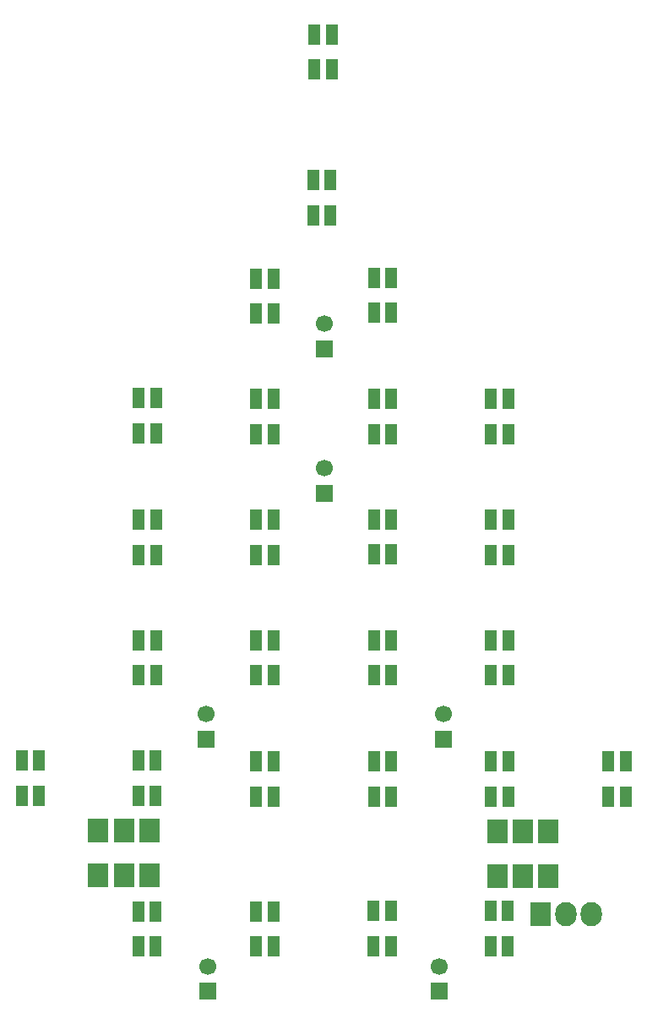
<source format=gbr>
G04 #@! TF.GenerationSoftware,KiCad,Pcbnew,(5.0.0)*
G04 #@! TF.CreationDate,2018-10-18T15:05:02+03:00*
G04 #@! TF.ProjectId,side2star,7369646532737461722E6B696361645F,rev?*
G04 #@! TF.SameCoordinates,Original*
G04 #@! TF.FileFunction,Soldermask,Bot*
G04 #@! TF.FilePolarity,Negative*
%FSLAX46Y46*%
G04 Gerber Fmt 4.6, Leading zero omitted, Abs format (unit mm)*
G04 Created by KiCad (PCBNEW (5.0.0)) date 10/18/18 15:05:02*
%MOMM*%
%LPD*%
G01*
G04 APERTURE LIST*
%ADD10C,1.700000*%
%ADD11R,1.700000X1.700000*%
%ADD12R,2.000000X2.400000*%
%ADD13R,1.250000X2.000000*%
%ADD14R,2.127200X2.432000*%
%ADD15O,2.127200X2.432000*%
G04 APERTURE END LIST*
D10*
G04 #@! TO.C,REF\002A\002A*
X140081000Y-62524000D03*
D11*
X140081000Y-65024000D03*
G04 #@! TD*
G04 #@! TO.C,REF\002A\002A*
X140081000Y-79502000D03*
D10*
X140081000Y-77002000D03*
G04 #@! TD*
D11*
G04 #@! TO.C,REF\002A\002A*
X152019000Y-104140000D03*
D10*
X152019000Y-101640000D03*
G04 #@! TD*
G04 #@! TO.C,REF\002A\002A*
X128270000Y-101640000D03*
D11*
X128270000Y-104140000D03*
G04 #@! TD*
G04 #@! TO.C,REF\002A\002A*
X128397000Y-129413000D03*
D10*
X128397000Y-126913000D03*
G04 #@! TD*
D12*
G04 #@! TO.C,REF\002A\002A*
X117425751Y-117788676D03*
G04 #@! TD*
G04 #@! TO.C,REF\002A\002A*
X117411500Y-113334800D03*
G04 #@! TD*
G04 #@! TO.C,REF\002A\002A*
X119978451Y-117814076D03*
G04 #@! TD*
G04 #@! TO.C,REF\002A\002A*
X119989600Y-113347500D03*
G04 #@! TD*
G04 #@! TO.C,REF\002A\002A*
X122581951Y-117839476D03*
G04 #@! TD*
G04 #@! TO.C,REF\002A\002A*
X122580400Y-113347500D03*
G04 #@! TD*
G04 #@! TO.C,REF\002A\002A*
X162561551Y-117852176D03*
G04 #@! TD*
G04 #@! TO.C,REF\002A\002A*
X160008851Y-117864876D03*
G04 #@! TD*
G04 #@! TO.C,REF\002A\002A*
X157481551Y-117890276D03*
G04 #@! TD*
G04 #@! TO.C,REF\002A\002A*
X162547300Y-113398300D03*
G04 #@! TD*
G04 #@! TO.C,REF\002A\002A*
X157480000Y-113398300D03*
G04 #@! TD*
G04 #@! TO.C,REF\002A\002A*
X160020000Y-113398300D03*
G04 #@! TD*
D13*
G04 #@! TO.C,HL5*
X168543000Y-106390500D03*
X170293000Y-106390500D03*
X168543000Y-109890500D03*
X170293000Y-109890500D03*
G04 #@! TD*
G04 #@! TO.C,HL6*
X158545500Y-109890500D03*
X156795500Y-109890500D03*
X158545500Y-106390500D03*
X156795500Y-106390500D03*
G04 #@! TD*
G04 #@! TO.C,HL7*
X145048000Y-106390500D03*
X146798000Y-106390500D03*
X145048000Y-109890500D03*
X146798000Y-109890500D03*
G04 #@! TD*
G04 #@! TO.C,HL8*
X134987000Y-109890500D03*
X133237000Y-109890500D03*
X134987000Y-106390500D03*
X133237000Y-106390500D03*
G04 #@! TD*
G04 #@! TO.C,HL10*
X111492000Y-109827000D03*
X109742000Y-109827000D03*
X111492000Y-106327000D03*
X109742000Y-106327000D03*
G04 #@! TD*
G04 #@! TO.C,HL11*
X121489500Y-94262000D03*
X123239500Y-94262000D03*
X121489500Y-97762000D03*
X123239500Y-97762000D03*
G04 #@! TD*
G04 #@! TO.C,HL12*
X134987000Y-97762000D03*
X133237000Y-97762000D03*
X134987000Y-94262000D03*
X133237000Y-94262000D03*
G04 #@! TD*
G04 #@! TO.C,HL13*
X145048000Y-94262000D03*
X146798000Y-94262000D03*
X145048000Y-97762000D03*
X146798000Y-97762000D03*
G04 #@! TD*
G04 #@! TO.C,HL14*
X158545500Y-97762000D03*
X156795500Y-97762000D03*
X158545500Y-94262000D03*
X156795500Y-94262000D03*
G04 #@! TD*
G04 #@! TO.C,HL15*
X156795500Y-82197000D03*
X158545500Y-82197000D03*
X156795500Y-85697000D03*
X158545500Y-85697000D03*
G04 #@! TD*
G04 #@! TO.C,HL16*
X146798000Y-85633500D03*
X145048000Y-85633500D03*
X146798000Y-82133500D03*
X145048000Y-82133500D03*
G04 #@! TD*
G04 #@! TO.C,HL17*
X133237000Y-82197000D03*
X134987000Y-82197000D03*
X133237000Y-85697000D03*
X134987000Y-85697000D03*
G04 #@! TD*
G04 #@! TO.C,HL18*
X123239500Y-85697000D03*
X121489500Y-85697000D03*
X123239500Y-82197000D03*
X121489500Y-82197000D03*
G04 #@! TD*
G04 #@! TO.C,HL19*
X123239500Y-73505000D03*
X121489500Y-73505000D03*
X123239500Y-70005000D03*
X121489500Y-70005000D03*
G04 #@! TD*
D14*
G04 #@! TO.C,XP1*
X161798000Y-121666000D03*
D15*
X164338000Y-121666000D03*
X166878000Y-121666000D03*
G04 #@! TD*
D13*
G04 #@! TO.C,HL20*
X134987000Y-73568500D03*
X133237000Y-73568500D03*
X134987000Y-70068500D03*
X133237000Y-70068500D03*
G04 #@! TD*
G04 #@! TO.C,HL21*
X145048000Y-70068500D03*
X146798000Y-70068500D03*
X145048000Y-73568500D03*
X146798000Y-73568500D03*
G04 #@! TD*
G04 #@! TO.C,HL22*
X158545500Y-73568500D03*
X156795500Y-73568500D03*
X158545500Y-70068500D03*
X156795500Y-70068500D03*
G04 #@! TD*
G04 #@! TO.C,HL23*
X145048000Y-57940000D03*
X146798000Y-57940000D03*
X145048000Y-61440000D03*
X146798000Y-61440000D03*
G04 #@! TD*
G04 #@! TO.C,HL24*
X134987000Y-61503500D03*
X133237000Y-61503500D03*
X134987000Y-58003500D03*
X133237000Y-58003500D03*
G04 #@! TD*
G04 #@! TO.C,HL1*
X121426000Y-121440000D03*
X123176000Y-121440000D03*
X121426000Y-124940000D03*
X123176000Y-124940000D03*
G04 #@! TD*
G04 #@! TO.C,HL2*
X134987000Y-124940000D03*
X133237000Y-124940000D03*
X134987000Y-121440000D03*
X133237000Y-121440000D03*
G04 #@! TD*
G04 #@! TO.C,HL3*
X144984500Y-121376500D03*
X146734500Y-121376500D03*
X144984500Y-124876500D03*
X146734500Y-124876500D03*
G04 #@! TD*
G04 #@! TO.C,HL4*
X158482000Y-124876500D03*
X156732000Y-124876500D03*
X158482000Y-121376500D03*
X156732000Y-121376500D03*
G04 #@! TD*
G04 #@! TO.C,HL25*
X140702000Y-51661000D03*
X138952000Y-51661000D03*
X140702000Y-48161000D03*
X138952000Y-48161000D03*
G04 #@! TD*
G04 #@! TO.C,HL26*
X140829000Y-37056000D03*
X139079000Y-37056000D03*
X140829000Y-33556000D03*
X139079000Y-33556000D03*
G04 #@! TD*
G04 #@! TO.C,HL9*
X123176000Y-109827000D03*
X121426000Y-109827000D03*
X123176000Y-106327000D03*
X121426000Y-106327000D03*
G04 #@! TD*
D10*
G04 #@! TO.C,REF\002A\002A*
X151638000Y-126913000D03*
D11*
X151638000Y-129413000D03*
G04 #@! TD*
M02*

</source>
